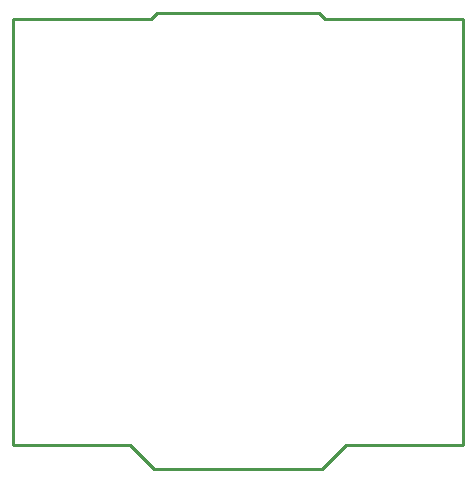
<source format=gko>
G04 Layer: BoardOutlineLayer*
G04 EasyEDA v6.5.22, 2023-04-03 14:03:43*
G04 87db6ba2ad084763a29da5206ccfc978,3cec5f453c3247449836eb28e2eac2c3,10*
G04 Gerber Generator version 0.2*
G04 Scale: 100 percent, Rotated: No, Reflected: No *
G04 Dimensions in inches *
G04 leading zeros omitted , absolute positions ,3 integer and 6 decimal *
%FSLAX36Y36*%
%MOIN*%

%ADD10C,0.0100*%
D10*
X0Y1620000D02*
G01*
X460000Y1620000D01*
X480000Y1640000D01*
X1020000Y1640000D01*
X1040000Y1620000D01*
X1500000Y1620000D01*
X1500000Y200000D01*
X1110000Y200000D01*
X1030000Y120000D01*
X470000Y120000D01*
X390000Y200000D01*
X0Y200000D01*
X0Y1620000D01*

%LPD*%
M02*

</source>
